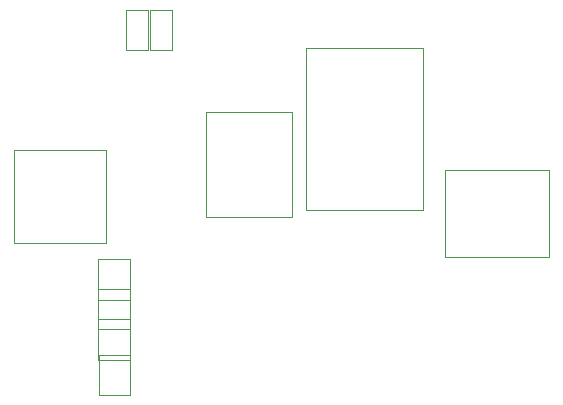
<source format=gbr>
%TF.GenerationSoftware,Altium Limited,Altium Designer,22.0.2 (36)*%
G04 Layer_Color=32896*
%FSLAX45Y45*%
%MOMM*%
%TF.SameCoordinates,B6468D8F-76AC-4D1A-8A0B-9CDD1514F62C*%
%TF.FilePolarity,Positive*%
%TF.FileFunction,Other,Test_Points_Bottom*%
%TF.Part,Single*%
G01*
G75*
%TA.AperFunction,NonConductor*%
%ADD117C,0.10000*%
%ADD121C,0.05000*%
D117*
X207000Y2839900D02*
X981700D01*
X207000Y2052500D02*
Y2839900D01*
X981700Y2052500D02*
Y2839900D01*
X207000Y2052500D02*
X981700D01*
X3674000Y2336000D02*
Y3706000D01*
X2679000Y2336000D02*
X3674000D01*
X2679000D02*
Y3706000D01*
X3674000D01*
D121*
X1362500Y4024500D02*
X1547500D01*
X1362500Y3689500D02*
Y4024500D01*
Y3689500D02*
X1547500Y3689501D01*
Y4024500D01*
X3854500Y1938000D02*
Y2668000D01*
Y1938000D02*
X4739500D01*
Y2668000D01*
X3854500D02*
X4739500D01*
X921100Y1067100D02*
Y1407100D01*
X1191100D01*
Y1067100D02*
Y1407100D01*
X921100Y1067100D02*
X1191100D01*
X922500Y766101D02*
X1192500D01*
X1192500Y1106100D01*
X922500D02*
X1192500D01*
X922500Y766101D02*
Y1106100D01*
X1157500Y4023500D02*
X1342500Y4023500D01*
X1157500Y3688500D02*
Y4023500D01*
Y3688500D02*
X1342500Y3688500D01*
Y4023500D01*
X920100Y1575100D02*
X1190100Y1575100D01*
Y1915100D01*
X920100D02*
X1190100D01*
X920100Y1575100D02*
Y1915100D01*
X1832000Y2274500D02*
X2562000D01*
Y3159500D01*
X1832000D02*
X2562000D01*
X1832000Y2274500D02*
Y3159500D01*
X921100Y1322100D02*
Y1662100D01*
X1191100D01*
Y1322100D02*
Y1662100D01*
X921100Y1322100D02*
X1191100D01*
%TF.MD5,d196c0b42b5177a3c783f95921f82f4d*%
M02*

</source>
